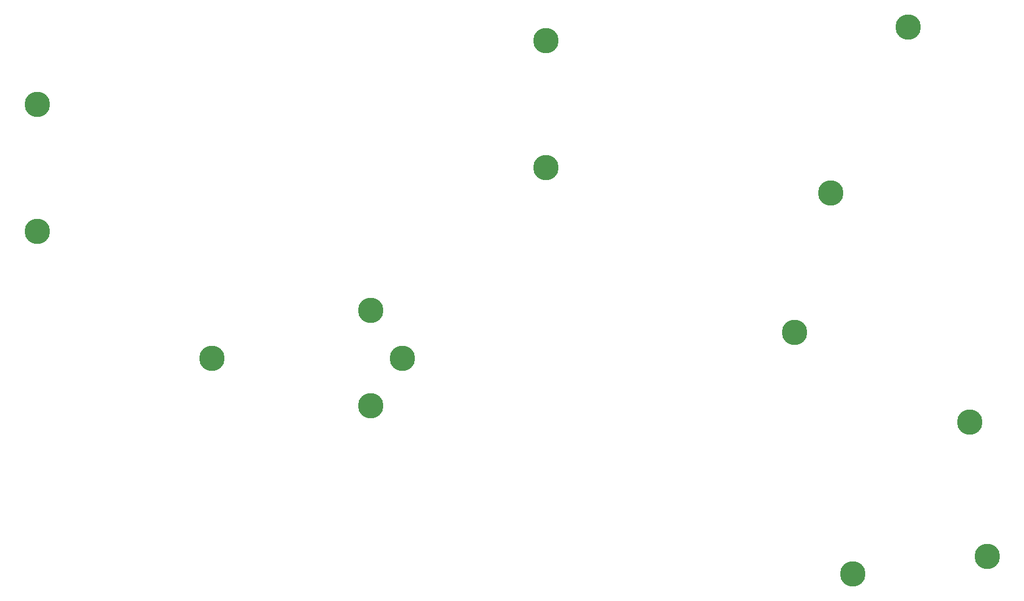
<source format=gbr>
%TF.GenerationSoftware,KiCad,Pcbnew,7.0.5*%
%TF.CreationDate,2024-03-19T15:00:49+08:00*%
%TF.ProjectId,J-50x,4a2d3530-782e-46b6-9963-61645f706362,rev?*%
%TF.SameCoordinates,Original*%
%TF.FileFunction,Soldermask,Bot*%
%TF.FilePolarity,Negative*%
%FSLAX46Y46*%
G04 Gerber Fmt 4.6, Leading zero omitted, Abs format (unit mm)*
G04 Created by KiCad (PCBNEW 7.0.5) date 2024-03-19 15:00:49*
%MOMM*%
%LPD*%
G01*
G04 APERTURE LIST*
%ADD10C,3.800000*%
G04 APERTURE END LIST*
D10*
%TO.C,H7*%
X108339000Y-136520000D03*
%TD*%
%TO.C,U1*%
X184079467Y-86803428D03*
X172433798Y-111777645D03*
%TD*%
%TO.C,H9*%
X53570000Y-98420000D03*
%TD*%
%TO.C,H3*%
X103577000Y-143664000D03*
%TD*%
%TO.C,H13*%
X167066000Y-132611000D03*
%TD*%
%TO.C,He*%
X79763000Y-136520000D03*
%TD*%
%TO.C,H14*%
X129770000Y-88895000D03*
%TD*%
%TO.C,K26*%
X195932555Y-166249637D03*
X175781362Y-168902592D03*
X193279600Y-146098444D03*
%TD*%
%TO.C,H2*%
X103577000Y-129376000D03*
%TD*%
%TO.C,H10*%
X53570000Y-117470000D03*
%TD*%
%TO.C,H15*%
X129770000Y-107945000D03*
%TD*%
M02*

</source>
